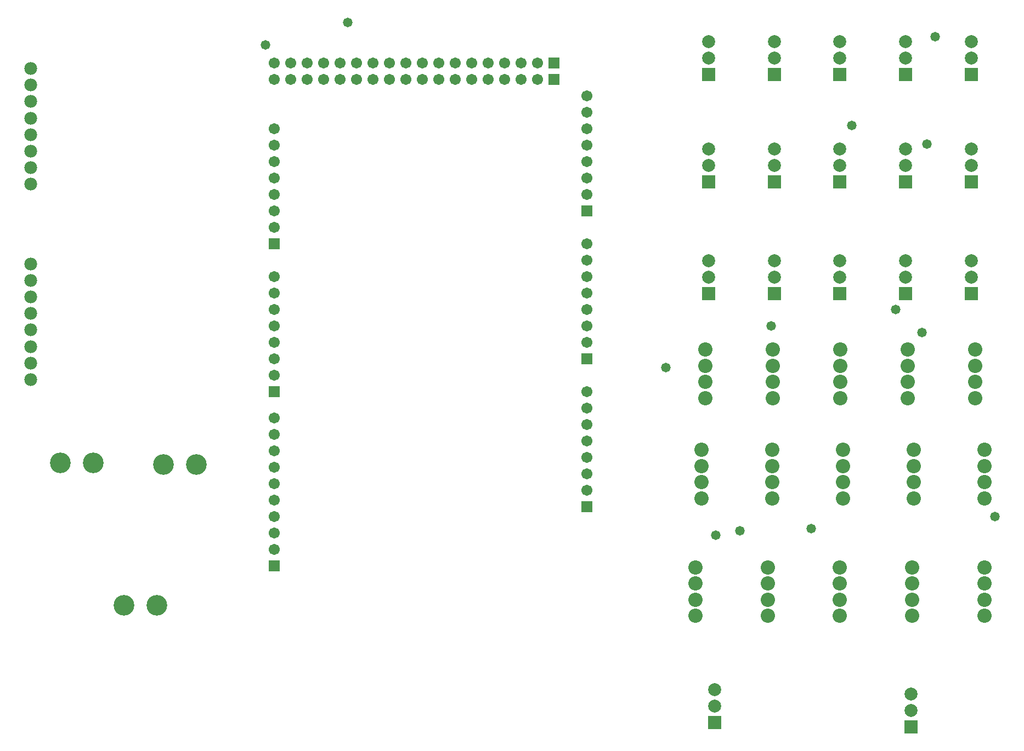
<source format=gts>
G04*
G04 #@! TF.GenerationSoftware,Altium Limited,CircuitMaker, ()*
G04*
G04 Layer_Color=20142*
%FSLAX25Y25*%
%MOIN*%
G70*
G04*
G04 #@! TF.SameCoordinates,C26F3102-9BEA-4C27-960F-8064AF7766A3*
G04*
G04*
G04 #@! TF.FilePolarity,Negative*
G04*
G01*
G75*
%ADD14C,0.06706*%
%ADD15R,0.06706X0.06706*%
%ADD16R,0.06706X0.06706*%
%ADD17C,0.07800*%
%ADD18C,0.12611*%
%ADD19R,0.07887X0.07887*%
%ADD20C,0.07887*%
%ADD21C,0.08674*%
%ADD22C,0.05800*%
D14*
X288500Y570500D02*
D03*
X298500D02*
D03*
X308500D02*
D03*
X288500Y580500D02*
D03*
X298500D02*
D03*
X308500D02*
D03*
X318500Y570500D02*
D03*
X328500D02*
D03*
X338500D02*
D03*
X348500D02*
D03*
X358500D02*
D03*
X368500D02*
D03*
X378500D02*
D03*
X318500Y580500D02*
D03*
X328500D02*
D03*
X338500D02*
D03*
X348500D02*
D03*
X358500D02*
D03*
X368500D02*
D03*
X378500D02*
D03*
X448500D02*
D03*
X438500D02*
D03*
X428500D02*
D03*
X418500D02*
D03*
X408500D02*
D03*
X398500D02*
D03*
X388500D02*
D03*
X448500Y570500D02*
D03*
X438500D02*
D03*
X428500D02*
D03*
X418500D02*
D03*
X408500D02*
D03*
X398500D02*
D03*
X388500D02*
D03*
X288500Y540500D02*
D03*
Y530500D02*
D03*
Y520500D02*
D03*
Y510500D02*
D03*
Y500500D02*
D03*
Y490500D02*
D03*
Y480500D02*
D03*
X478500Y500500D02*
D03*
Y510500D02*
D03*
Y520500D02*
D03*
Y530500D02*
D03*
Y540500D02*
D03*
Y550500D02*
D03*
Y560500D02*
D03*
Y470500D02*
D03*
Y460500D02*
D03*
Y380500D02*
D03*
Y370500D02*
D03*
Y320500D02*
D03*
Y330500D02*
D03*
Y340500D02*
D03*
Y350500D02*
D03*
Y360500D02*
D03*
Y450500D02*
D03*
Y440500D02*
D03*
Y430500D02*
D03*
Y420500D02*
D03*
Y410500D02*
D03*
X288500Y450500D02*
D03*
Y440500D02*
D03*
Y390500D02*
D03*
Y400500D02*
D03*
Y410500D02*
D03*
Y420500D02*
D03*
Y430500D02*
D03*
Y364500D02*
D03*
Y354500D02*
D03*
Y344500D02*
D03*
Y334500D02*
D03*
Y284500D02*
D03*
Y294500D02*
D03*
Y304500D02*
D03*
Y314500D02*
D03*
Y324500D02*
D03*
D15*
X458500Y580500D02*
D03*
Y570500D02*
D03*
D16*
X288500Y470500D02*
D03*
X478500Y490500D02*
D03*
Y310500D02*
D03*
Y400500D02*
D03*
X288500Y380500D02*
D03*
Y274500D02*
D03*
D17*
X140500Y417860D02*
D03*
Y407789D02*
D03*
Y397717D02*
D03*
Y387646D02*
D03*
Y458142D02*
D03*
Y448071D02*
D03*
Y438000D02*
D03*
Y427929D02*
D03*
Y546787D02*
D03*
Y556858D02*
D03*
Y566929D02*
D03*
Y577000D02*
D03*
Y506504D02*
D03*
Y516575D02*
D03*
Y526647D02*
D03*
Y536718D02*
D03*
D18*
X217000Y250500D02*
D03*
X197000D02*
D03*
X178500Y337000D02*
D03*
X158500D02*
D03*
X241000Y336000D02*
D03*
X221000D02*
D03*
D19*
X556000Y179000D02*
D03*
X552500Y440000D02*
D03*
Y508000D02*
D03*
Y573500D02*
D03*
X592375Y440000D02*
D03*
Y508000D02*
D03*
Y573500D02*
D03*
X632250Y440000D02*
D03*
Y508000D02*
D03*
Y573500D02*
D03*
X712000Y440000D02*
D03*
Y508000D02*
D03*
Y573500D02*
D03*
X675500Y176500D02*
D03*
X672125Y440000D02*
D03*
Y508000D02*
D03*
Y573500D02*
D03*
D20*
X556000Y189000D02*
D03*
Y199000D02*
D03*
X552500Y460000D02*
D03*
Y450000D02*
D03*
Y528000D02*
D03*
Y518000D02*
D03*
Y593500D02*
D03*
Y583500D02*
D03*
X592375Y460000D02*
D03*
Y450000D02*
D03*
Y528000D02*
D03*
Y518000D02*
D03*
Y593500D02*
D03*
Y583500D02*
D03*
X632250Y460000D02*
D03*
Y450000D02*
D03*
Y528000D02*
D03*
Y518000D02*
D03*
Y593500D02*
D03*
Y583500D02*
D03*
X712000Y460000D02*
D03*
Y450000D02*
D03*
Y528000D02*
D03*
Y518000D02*
D03*
Y593500D02*
D03*
Y583500D02*
D03*
X675500Y186500D02*
D03*
Y196500D02*
D03*
X672125Y460000D02*
D03*
Y450000D02*
D03*
Y528000D02*
D03*
Y518000D02*
D03*
Y593500D02*
D03*
Y583500D02*
D03*
D21*
X588375Y273500D02*
D03*
Y263650D02*
D03*
Y253800D02*
D03*
Y243950D02*
D03*
X591000Y345000D02*
D03*
Y335150D02*
D03*
Y325300D02*
D03*
Y315450D02*
D03*
X591500Y406000D02*
D03*
Y396150D02*
D03*
Y386300D02*
D03*
Y376450D02*
D03*
X632250Y273500D02*
D03*
Y263650D02*
D03*
Y253800D02*
D03*
Y243950D02*
D03*
X634000Y345000D02*
D03*
Y335150D02*
D03*
Y325300D02*
D03*
Y315450D02*
D03*
X632500Y406000D02*
D03*
Y396150D02*
D03*
Y386300D02*
D03*
Y376450D02*
D03*
X720000Y273500D02*
D03*
Y263650D02*
D03*
Y253800D02*
D03*
Y243950D02*
D03*
Y345000D02*
D03*
Y335150D02*
D03*
Y325300D02*
D03*
Y315450D02*
D03*
X714500Y406000D02*
D03*
Y396150D02*
D03*
Y386300D02*
D03*
Y376450D02*
D03*
X544500Y273500D02*
D03*
Y263650D02*
D03*
Y253800D02*
D03*
Y243950D02*
D03*
X548000Y345000D02*
D03*
Y335150D02*
D03*
Y325300D02*
D03*
Y315450D02*
D03*
X550500Y406000D02*
D03*
Y396150D02*
D03*
Y386300D02*
D03*
Y376450D02*
D03*
X676125Y273500D02*
D03*
Y263650D02*
D03*
Y253800D02*
D03*
Y243950D02*
D03*
X677000Y345000D02*
D03*
Y335150D02*
D03*
Y325300D02*
D03*
Y315450D02*
D03*
X673500Y406000D02*
D03*
Y396150D02*
D03*
Y386300D02*
D03*
Y376450D02*
D03*
D22*
X590400Y420500D02*
D03*
X682200Y416500D02*
D03*
X726500Y304500D02*
D03*
X571400Y295800D02*
D03*
X614800Y297000D02*
D03*
X283000Y591500D02*
D03*
X639600Y542400D02*
D03*
X666000Y430200D02*
D03*
X690000Y596400D02*
D03*
X333000Y605000D02*
D03*
X685000Y531000D02*
D03*
X556900Y293000D02*
D03*
X526600Y395000D02*
D03*
M02*

</source>
